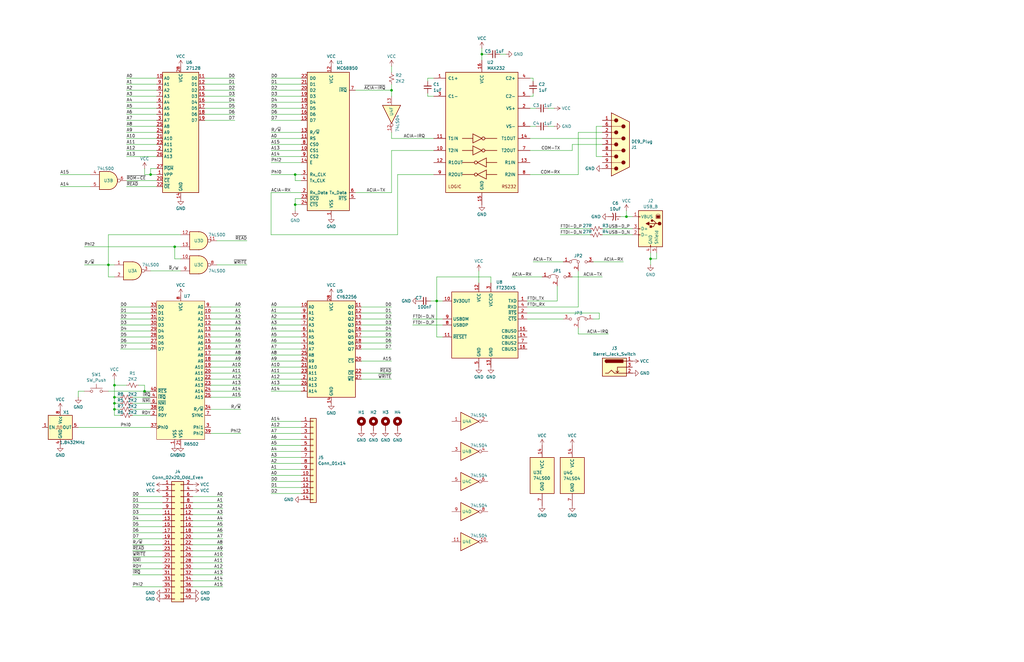
<source format=kicad_sch>
(kicad_sch (version 20231120) (generator "eeschema") (generator_version "8.0")
  (paper "B")
  (title_block (title "Minimal 6502") (date "2024-05-27") (company "techav"))
  (junction (at 203.2 22.86))
  (junction (at 48.26 172.72))
  (junction (at 63.5 73.66))
  (junction (at 48.26 167.64))
  (junction (at 165.1 38.1))
  (junction (at 274.32 109.22))
  (junction (at 264.16 91.44))
  (junction (at 60.96 165.1))
  (junction (at 184.15 127))
  (junction (at 73.66 104.14))
  (junction (at 124.46 73.66))
  (junction (at 45.72 111.76))
  (junction (at 48.26 162.56))
  (junction (at 124.46 86.36))
  (junction (at 48.26 170.18))
  (wire (pts (xy 66.04 55.88) (xy 53.34 55.88)))
  (wire (pts (xy 99.06 48.26) (xy 86.36 48.26)))
  (wire (pts (xy 165.1 132.08) (xy 152.4 132.08)))
  (wire (pts (xy 55.88 217.17) (xy 68.58 217.17)))
  (wire (pts (xy 81.28 217.17) (xy 93.98 217.17)))
  (wire (pts (xy 48.26 162.56) (xy 53.34 162.56)))
  (wire (pts (xy 252.73 134.62) (xy 250.19 134.62)))
  (wire (pts (xy 53.34 76.2) (xy 66.04 76.2)))
  (wire (pts (xy 66.04 58.42) (xy 53.34 58.42)))
  (wire (pts (xy 48.26 167.64) (xy 50.8 167.64)))
  (wire (pts (xy 81.28 214.63) (xy 93.98 214.63)))
  (wire (pts (xy 114.3 205.74) (xy 127 205.74)))
  (wire (pts (xy 45.72 116.84) (xy 45.72 111.76)))
  (wire (pts (xy 48.26 175.26) (xy 50.8 175.26)))
  (wire (pts (xy 127 66.04) (xy 114.3 66.04)))
  (wire (pts (xy 55.88 240.03) (xy 68.58 240.03)))
  (wire (pts (xy 203.2 20.32) (xy 203.2 22.86)))
  (wire (pts (xy 33.02 180.34) (xy 63.5 180.34)))
  (wire (pts (xy 88.9 152.4) (xy 101.6 152.4)))
  (wire (pts (xy 165.1 144.78) (xy 152.4 144.78)))
  (wire (pts (xy 68.58 247.65) (xy 55.88 247.65)))
  (wire (pts (xy 149.86 81.28) (xy 165.1 81.28)))
  (wire (pts (xy 127 68.58) (xy 114.3 68.58)))
  (wire (pts (xy 127 76.2) (xy 124.46 76.2)))
  (wire (pts (xy 114.3 129.54) (xy 127 129.54)))
  (wire (pts (xy 45.72 111.76) (xy 35.56 111.76)))
  (wire (pts (xy 114.3 193.04) (xy 127 193.04)))
  (wire (pts (xy 243.84 129.54) (xy 243.84 114.3)))
  (wire (pts (xy 114.3 152.4) (xy 127 152.4)))
  (wire (pts (xy 114.3 180.34) (xy 127 180.34)))
  (wire (pts (xy 165.1 134.62) (xy 152.4 134.62)))
  (wire (pts (xy 50.8 132.08) (xy 63.5 132.08)))
  (wire (pts (xy 58.42 162.56) (xy 60.96 162.56)))
  (wire (pts (xy 266.7 99.06) (xy 254 99.06)))
  (wire (pts (xy 182.88 40.64) (xy 180.34 40.64)))
  (wire (pts (xy 266.7 96.52) (xy 254 96.52)))
  (wire (pts (xy 55.88 209.55) (xy 68.58 209.55)))
  (wire (pts (xy 127 81.28) (xy 114.3 81.28)))
  (wire (pts (xy 223.52 73.66) (xy 243.84 73.66)))
  (wire (pts (xy 248.92 99.06) (xy 236.22 99.06)))
  (wire (pts (xy 48.26 170.18) (xy 50.8 170.18)))
  (wire (pts (xy 73.66 104.14) (xy 76.2 104.14)))
  (wire (pts (xy 127 63.5) (xy 114.3 63.5)))
  (wire (pts (xy 114.3 187.96) (xy 127 187.96)))
  (wire (pts (xy 201.93 114.3) (xy 201.93 119.38)))
  (wire (pts (xy 114.3 35.56) (xy 127 35.56)))
  (wire (pts (xy 124.46 73.66) (xy 124.46 76.2)))
  (wire (pts (xy 88.9 139.7) (xy 101.6 139.7)))
  (wire (pts (xy 184.15 127) (xy 186.69 127)))
  (wire (pts (xy 50.8 144.78) (xy 63.5 144.78)))
  (wire (pts (xy 66.04 71.12) (xy 63.5 71.12)))
  (wire (pts (xy 114.3 200.66) (xy 127 200.66)))
  (wire (pts (xy 114.3 38.1) (xy 127 38.1)))
  (wire (pts (xy 104.14 101.6) (xy 91.44 101.6)))
  (wire (pts (xy 99.06 43.18) (xy 86.36 43.18)))
  (wire (pts (xy 114.3 48.26) (xy 127 48.26)))
  (wire (pts (xy 88.9 154.94) (xy 101.6 154.94)))
  (wire (pts (xy 35.56 104.14) (xy 73.66 104.14)))
  (wire (pts (xy 33.02 167.64) (xy 33.02 165.1)))
  (wire (pts (xy 88.9 172.72) (xy 101.6 172.72)))
  (wire (pts (xy 104.14 111.76) (xy 91.44 111.76)))
  (wire (pts (xy 50.8 139.7) (xy 63.5 139.7)))
  (wire (pts (xy 165.1 137.16) (xy 152.4 137.16)))
  (wire (pts (xy 165.1 27.94) (xy 165.1 30.48)))
  (wire (pts (xy 50.8 129.54) (xy 63.5 129.54)))
  (wire (pts (xy 55.88 232.41) (xy 68.58 232.41)))
  (wire (pts (xy 251.46 53.34) (xy 251.46 66.04)))
  (wire (pts (xy 81.28 234.95) (xy 93.98 234.95)))
  (wire (pts (xy 88.9 147.32) (xy 101.6 147.32)))
  (wire (pts (xy 167.64 99.06) (xy 167.64 73.66)))
  (wire (pts (xy 114.3 157.48) (xy 127 157.48)))
  (wire (pts (xy 224.79 33.02) (xy 224.79 34.29)))
  (wire (pts (xy 228.6 116.84) (xy 215.9 116.84)))
  (wire (pts (xy 180.34 33.02) (xy 180.34 34.29)))
  (wire (pts (xy 165.1 139.7) (xy 152.4 139.7)))
  (wire (pts (xy 66.04 38.1) (xy 53.34 38.1)))
  (wire (pts (xy 222.25 134.62) (xy 237.49 134.62)))
  (wire (pts (xy 114.3 144.78) (xy 127 144.78)))
  (wire (pts (xy 184.15 127) (xy 184.15 142.24)))
  (wire (pts (xy 124.46 83.82) (xy 127 83.82)))
  (wire (pts (xy 224.79 40.64) (xy 224.79 39.37)))
  (wire (pts (xy 124.46 86.36) (xy 127 86.36)))
  (wire (pts (xy 114.3 182.88) (xy 127 182.88)))
  (wire (pts (xy 81.28 242.57) (xy 93.98 242.57)))
  (wire (pts (xy 165.1 129.54) (xy 152.4 129.54)))
  (wire (pts (xy 114.3 203.2) (xy 127 203.2)))
  (wire (pts (xy 114.3 154.94) (xy 127 154.94)))
  (wire (pts (xy 222.25 129.54) (xy 243.84 129.54)))
  (wire (pts (xy 50.8 137.16) (xy 63.5 137.16)))
  (wire (pts (xy 81.28 245.11) (xy 93.98 245.11)))
  (wire (pts (xy 81.28 227.33) (xy 93.98 227.33)))
  (wire (pts (xy 53.34 78.74) (xy 66.04 78.74)))
  (wire (pts (xy 55.88 219.71) (xy 68.58 219.71)))
  (wire (pts (xy 127 55.88) (xy 114.3 55.88)))
  (wire (pts (xy 165.1 58.42) (xy 165.1 55.88)))
  (wire (pts (xy 180.34 40.64) (xy 180.34 39.37)))
  (wire (pts (xy 81.28 212.09) (xy 93.98 212.09)))
  (wire (pts (xy 165.1 157.48) (xy 152.4 157.48)))
  (wire (pts (xy 276.86 106.68) (xy 276.86 109.22)))
  (wire (pts (xy 223.52 33.02) (xy 224.79 33.02)))
  (wire (pts (xy 203.2 22.86) (xy 205.74 22.86)))
  (wire (pts (xy 152.4 152.4) (xy 165.1 152.4)))
  (wire (pts (xy 213.36 22.86) (xy 210.82 22.86)))
  (wire (pts (xy 76.2 109.22) (xy 73.66 109.22)))
  (wire (pts (xy 184.15 116.84) (xy 184.15 127)))
  (wire (pts (xy 66.04 45.72) (xy 53.34 45.72)))
  (wire (pts (xy 66.04 50.8) (xy 53.34 50.8)))
  (wire (pts (xy 243.84 55.88) (xy 254 55.88)))
  (wire (pts (xy 274.32 109.22) (xy 274.32 111.76)))
  (wire (pts (xy 243.84 138.43) (xy 243.84 140.97)))
  (wire (pts (xy 55.88 234.95) (xy 68.58 234.95)))
  (wire (pts (xy 114.3 40.64) (xy 127 40.64)))
  (wire (pts (xy 114.3 147.32) (xy 127 147.32)))
  (wire (pts (xy 66.04 63.5) (xy 53.34 63.5)))
  (wire (pts (xy 66.04 53.34) (xy 53.34 53.34)))
  (wire (pts (xy 264.16 91.44) (xy 261.62 91.44)))
  (wire (pts (xy 48.26 111.76) (xy 45.72 111.76)))
  (wire (pts (xy 127 165.1) (xy 114.3 165.1)))
  (wire (pts (xy 241.3 60.96) (xy 254 60.96)))
  (wire (pts (xy 256.54 140.97) (xy 243.84 140.97)))
  (wire (pts (xy 81.28 237.49) (xy 93.98 237.49)))
  (wire (pts (xy 81.28 222.25) (xy 93.98 222.25)))
  (wire (pts (xy 66.04 33.02) (xy 53.34 33.02)))
  (wire (pts (xy 73.66 109.22) (xy 73.66 104.14)))
  (wire (pts (xy 114.3 195.58) (xy 127 195.58)))
  (wire (pts (xy 114.3 50.8) (xy 127 50.8)))
  (wire (pts (xy 173.99 134.62) (xy 186.69 134.62)))
  (wire (pts (xy 252.73 132.08) (xy 252.73 134.62)))
  (wire (pts (xy 222.25 127) (xy 234.95 127)))
  (wire (pts (xy 66.04 40.64) (xy 53.34 40.64)))
  (wire (pts (xy 114.3 132.08) (xy 127 132.08)))
  (wire (pts (xy 88.9 132.08) (xy 101.6 132.08)))
  (wire (pts (xy 33.02 165.1) (xy 35.56 165.1)))
  (wire (pts (xy 55.88 167.64) (xy 63.5 167.64)))
  (wire (pts (xy 81.28 232.41) (xy 93.98 232.41)))
  (wire (pts (xy 114.3 81.28) (xy 114.3 99.06)))
  (wire (pts (xy 88.9 129.54) (xy 101.6 129.54)))
  (wire (pts (xy 63.5 73.66) (xy 66.04 73.66)))
  (wire (pts (xy 45.72 99.06) (xy 45.72 111.76)))
  (wire (pts (xy 114.3 198.12) (xy 127 198.12)))
  (wire (pts (xy 99.06 33.02) (xy 86.36 33.02)))
  (wire (pts (xy 55.88 227.33) (xy 68.58 227.33)))
  (wire (pts (xy 88.9 182.88) (xy 101.6 182.88)))
  (wire (pts (xy 165.1 38.1) (xy 165.1 40.64)))
  (wire (pts (xy 181.61 127) (xy 184.15 127)))
  (wire (pts (xy 81.28 247.65) (xy 93.98 247.65)))
  (wire (pts (xy 60.96 73.66) (xy 63.5 73.66)))
  (wire (pts (xy 48.26 116.84) (xy 45.72 116.84)))
  (wire (pts (xy 127 177.8) (xy 114.3 177.8)))
  (wire (pts (xy 55.88 214.63) (xy 68.58 214.63)))
  (wire (pts (xy 224.79 110.49) (xy 237.49 110.49)))
  (wire (pts (xy 114.3 185.42) (xy 127 185.42)))
  (wire (pts (xy 55.88 242.57) (xy 68.58 242.57)))
  (wire (pts (xy 48.26 162.56) (xy 48.26 167.64)))
  (wire (pts (xy 81.28 224.79) (xy 93.98 224.79)))
  (wire (pts (xy 81.28 229.87) (xy 93.98 229.87)))
  (wire (pts (xy 114.3 139.7) (xy 127 139.7)))
  (wire (pts (xy 55.88 224.79) (xy 68.58 224.79)))
  (wire (pts (xy 165.1 160.02) (xy 152.4 160.02)))
  (wire (pts (xy 250.19 110.49) (xy 262.89 110.49)))
  (wire (pts (xy 222.25 132.08) (xy 252.73 132.08)))
  (wire (pts (xy 124.46 88.9) (xy 124.46 86.36)))
  (wire (pts (xy 165.1 63.5) (xy 165.1 81.28)))
  (wire (pts (xy 186.69 142.24) (xy 184.15 142.24)))
  (wire (pts (xy 182.88 58.42) (xy 165.1 58.42)))
  (wire (pts (xy 99.06 35.56) (xy 86.36 35.56)))
  (wire (pts (xy 66.04 66.04) (xy 53.34 66.04)))
  (wire (pts (xy 66.04 35.56) (xy 53.34 35.56)))
  (wire (pts (xy 124.46 86.36) (xy 124.46 83.82)))
  (wire (pts (xy 207.01 116.84) (xy 184.15 116.84)))
  (wire (pts (xy 88.9 149.86) (xy 101.6 149.86)))
  (wire (pts (xy 182.88 63.5) (xy 165.1 63.5)))
  (wire (pts (xy 45.72 165.1) (xy 60.96 165.1)))
  (wire (pts (xy 76.2 99.06) (xy 45.72 99.06)))
  (wire (pts (xy 223.52 63.5) (xy 241.3 63.5)))
  (wire (pts (xy 55.88 212.09) (xy 68.58 212.09)))
  (wire (pts (xy 127 73.66) (xy 124.46 73.66)))
  (wire (pts (xy 165.1 142.24) (xy 152.4 142.24)))
  (wire (pts (xy 223.52 58.42) (xy 254 58.42)))
  (wire (pts (xy 50.8 142.24) (xy 63.5 142.24)))
  (wire (pts (xy 48.26 172.72) (xy 50.8 172.72)))
  (wire (pts (xy 66.04 60.96) (xy 53.34 60.96)))
  (wire (pts (xy 55.88 175.26) (xy 63.5 175.26)))
  (wire (pts (xy 264.16 91.44) (xy 264.16 88.9)))
  (wire (pts (xy 165.1 35.56) (xy 165.1 38.1)))
  (wire (pts (xy 99.06 45.72) (xy 86.36 45.72)))
  (wire (pts (xy 81.28 240.03) (xy 93.98 240.03)))
  (wire (pts (xy 243.84 73.66) (xy 243.84 55.88)))
  (wire (pts (xy 38.1 73.66) (xy 25.4 73.66)))
  (wire (pts (xy 114.3 137.16) (xy 127 137.16)))
  (wire (pts (xy 223.52 45.72) (xy 226.06 45.72)))
  (wire (pts (xy 114.3 208.28) (xy 127 208.28)))
  (wire (pts (xy 48.26 170.18) (xy 48.26 172.72)))
  (wire (pts (xy 234.95 127) (xy 234.95 120.65)))
  (wire (pts (xy 114.3 43.18) (xy 127 43.18)))
  (wire (pts (xy 55.88 172.72) (xy 63.5 172.72)))
  (wire (pts (xy 63.5 71.12) (xy 63.5 73.66)))
  (wire (pts (xy 173.99 137.16) (xy 186.69 137.16)))
  (wire (pts (xy 48.26 172.72) (xy 48.26 175.26)))
  (wire (pts (xy 99.06 40.64) (xy 86.36 40.64)))
  (wire (pts (xy 81.28 209.55) (xy 93.98 209.55)))
  (wire (pts (xy 114.3 134.62) (xy 127 134.62)))
  (wire (pts (xy 127 58.42) (xy 114.3 58.42)))
  (wire (pts (xy 167.64 73.66) (xy 182.88 73.66)))
  (wire (pts (xy 88.9 162.56) (xy 101.6 162.56)))
  (wire (pts (xy 88.9 144.78) (xy 101.6 144.78)))
  (wire (pts (xy 223.52 40.64) (xy 224.79 40.64)))
  (wire (pts (xy 88.9 160.02) (xy 101.6 160.02)))
  (wire (pts (xy 266.7 91.44) (xy 264.16 91.44)))
  (wire (pts (xy 207.01 119.38) (xy 207.01 116.84)))
  (wire (pts (xy 88.9 134.62) (xy 101.6 134.62)))
  (wire (pts (xy 68.58 229.87) (xy 55.88 229.87)))
  (wire (pts (xy 114.3 149.86) (xy 127 149.86)))
  (wire (pts (xy 50.8 134.62) (xy 63.5 134.62)))
  (wire (pts (xy 165.1 147.32) (xy 152.4 147.32)))
  (wire (pts (xy 223.52 53.34) (xy 226.06 53.34)))
  (wire (pts (xy 254 53.34) (xy 251.46 53.34)))
  (wire (pts (xy 55.88 237.49) (xy 68.58 237.49)))
  (wire (pts (xy 114.3 160.02) (xy 127 160.02)))
  (wire (pts (xy 55.88 170.18) (xy 63.5 170.18)))
  (wire (pts (xy 88.9 142.24) (xy 101.6 142.24)))
  (wire (pts (xy 251.46 66.04) (xy 254 66.04)))
  (wire (pts (xy 114.3 33.02) (xy 127 33.02)))
  (wire (pts (xy 114.3 99.06) (xy 167.64 99.06)))
  (wire (pts (xy 88.9 137.16) (xy 101.6 137.16)))
  (wire (pts (xy 38.1 78.74) (xy 25.4 78.74)))
  (wire (pts (xy 203.2 22.86) (xy 203.2 25.4)))
  (wire (pts (xy 99.06 50.8) (xy 86.36 50.8)))
  (wire (pts (xy 55.88 222.25) (xy 68.58 222.25)))
  (wire (pts (xy 99.06 38.1) (xy 86.36 38.1)))
  (wire (pts (xy 88.9 167.64) (xy 101.6 167.64)))
  (wire (pts (xy 60.96 71.12) (xy 60.96 73.66)))
  (wire (pts (xy 48.26 162.56) (xy 48.26 160.02)))
  (wire (pts (xy 88.9 157.48) (xy 101.6 157.48)))
  (wire (pts (xy 114.3 142.24) (xy 127 142.24)))
  (wire (pts (xy 66.04 43.18) (xy 53.34 43.18)))
  (wire (pts (xy 60.96 165.1) (xy 63.5 165.1)))
  (wire (pts (xy 81.28 219.71) (xy 93.98 219.71)))
  (wire (pts (xy 114.3 190.5) (xy 127 190.5)))
  (wire (pts (xy 114.3 45.72) (xy 127 45.72)))
  (wire (pts (xy 50.8 147.32) (xy 63.5 147.32)))
  (wire (pts (xy 127 60.96) (xy 114.3 60.96)))
  (wire (pts (xy 60.96 162.56) (xy 60.96 165.1)))
  (wire (pts (xy 233.68 45.72) (xy 231.14 45.72)))
  (wire (pts (xy 241.3 63.5) (xy 241.3 60.96)))
  (wire (pts (xy 66.04 48.26) (xy 53.34 48.26)))
  (wire (pts (xy 124.46 73.66) (xy 114.3 73.66)))
  (wire (pts (xy 149.86 38.1) (xy 165.1 38.1)))
  (wire (pts (xy 63.5 114.3) (xy 76.2 114.3)))
  (wire (pts (xy 127 162.56) (xy 114.3 162.56)))
  (wire (pts (xy 274.32 106.68) (xy 274.32 109.22)))
  (wire (pts (xy 233.68 53.34) (xy 231.14 53.34)))
  (wire (pts (xy 182.88 33.02) (xy 180.34 33.02)))
  (wire (pts (xy 276.86 109.22) (xy 274.32 109.22)))
  (wire (pts (xy 254 116.84) (xy 241.3 116.84)))
  (wire (pts (xy 248.92 96.52) (xy 236.22 96.52)))
  (wire (pts (xy 48.26 167.64) (xy 48.26 170.18)))
  (wire (pts (xy 88.9 165.1) (xy 101.6 165.1)))
  (label "A2" (at 114.3 195.58 0))
  (label "A13" (at 53.34 66.04 0))
  (label "A4" (at 53.34 43.18 0))
  (label "A1" (at 114.3 198.12 0))
  (label "D7" (at 165.1 147.32 180))
  (label "A9" (at 114.3 152.4 0))
  (label "Phi2" (at 55.88 247.65 0))
  (label "~{R}{slash}W" (at 71.12 114.3 0))
  (label "A14" (at 114.3 165.1 0))
  (label "ACIA-IRQ" (at 256.54 140.97 180))
  (label "D0" (at 114.3 33.02 0))
  (label "A7" (at 93.98 227.33 180))
  (label "A7" (at 114.3 182.88 0))
  (label "A10" (at 93.98 234.95 180))
  (label "A0" (at 101.6 129.54 180))
  (label "FTDI-D_P" (at 173.99 137.16 0))
  (label "A14" (at 25.4 78.74 0))
  (label "A15" (at 101.6 167.64 180))
  (label "R{slash}~{W}" (at 114.3 55.88 0))
  (label "USB-D_P" (at 256.54 96.52 0))
  (label "D5" (at 165.1 142.24 180))
  (label "A15" (at 165.1 152.4 180))
  (label "A2" (at 93.98 214.63 180))
  (label "FTDI-D_N" (at 173.99 134.62 0))
  (label "D2" (at 114.3 38.1 0))
  (label "~{IRQ}" (at 55.88 242.57 0))
  (label "A3" (at 93.98 217.17 180))
  (label "D6" (at 50.8 144.78 0))
  (label "D6" (at 55.88 224.79 0))
  (label "FTDI-D_N" (at 236.22 99.06 0))
  (label "D1" (at 50.8 132.08 0))
  (label "~{ACIA-IRQ}" (at 162.56 38.1 180))
  (label "Phi2" (at 101.6 182.88 180))
  (label "A7" (at 114.3 147.32 0))
  (label "A0" (at 114.3 129.54 0))
  (label "A5" (at 101.6 142.24 180))
  (label "A3" (at 114.3 193.04 0))
  (label "R{slash}~{W}" (at 101.6 172.72 180))
  (label "A15" (at 25.4 73.66 0))
  (label "A13" (at 114.3 63.5 0))
  (label "D7" (at 114.3 50.8 0))
  (label "D1" (at 114.3 35.56 0))
  (label "A14" (at 93.98 245.11 180))
  (label "ACIA-TX" (at 254 116.84 180))
  (label "D2" (at 114.3 208.28 0))
  (label "~{WRITE}" (at 165.1 160.02 180))
  (label "D0" (at 99.06 33.02 180))
  (label "D3" (at 99.06 40.64 180))
  (label "A11" (at 101.6 157.48 180))
  (label "A1" (at 53.34 35.56 0))
  (label "A3" (at 114.3 137.16 0))
  (label "R{slash}~{W}" (at 35.56 111.76 0))
  (label "A4" (at 101.6 139.7 180))
  (label "A0" (at 114.3 200.66 0))
  (label "~{IRQ}" (at 63.5 167.64 180))
  (label "D4" (at 50.8 139.7 0))
  (label "ACIA-IRQ" (at 170.18 58.42 0))
  (label "D1" (at 165.1 132.08 180))
  (label "A1" (at 93.98 212.09 180))
  (label "A12" (at 53.34 63.5 0))
  (label "R{slash}~{W}" (at 55.88 229.87 0))
  (label "D0" (at 114.3 203.2 0))
  (label "A6" (at 93.98 224.79 180))
  (label "A0" (at 93.98 209.55 180))
  (label "D6" (at 99.06 48.26 180))
  (label "A10" (at 114.3 154.94 0))
  (label "D7" (at 99.06 50.8 180))
  (label "A4" (at 114.3 139.7 0))
  (label "A7" (at 53.34 50.8 0))
  (label "A5" (at 93.98 222.25 180))
  (label "~{READ}" (at 53.34 78.74 0))
  (label "A5" (at 114.3 142.24 0))
  (label "A10" (at 101.6 154.94 180))
  (label "~{NMI}" (at 55.88 237.49 0))
  (label "A8" (at 101.6 149.86 180))
  (label "A14" (at 114.3 66.04 0))
  (label "A14" (at 114.3 177.8 0))
  (label "A13" (at 114.3 162.56 0))
  (label "D2" (at 99.06 38.1 180))
  (label "A8" (at 114.3 149.86 0))
  (label "A11" (at 93.98 237.49 180))
  (label "A5" (at 114.3 187.96 0))
  (label "D2" (at 165.1 134.62 180))
  (label "A12" (at 114.3 180.34 0))
  (label "D4" (at 99.06 43.18 180))
  (label "D2" (at 55.88 214.63 0))
  (label "A8" (at 53.34 53.34 0))
  (label "A2" (at 53.34 38.1 0))
  (label "A14" (at 101.6 165.1 180))
  (label "RDY" (at 55.88 240.03 0))
  (label "COM-RX" (at 236.22 73.66 180))
  (label "A12" (at 93.98 240.03 180))
  (label "D2" (at 50.8 134.62 0))
  (label "A12" (at 101.6 160.02 180))
  (label "D3" (at 50.8 137.16 0))
  (label "A15" (at 114.3 60.96 0))
  (label "D6" (at 165.1 144.78 180))
  (label "A13" (at 93.98 242.57 180))
  (label "Phi2" (at 35.56 104.14 0))
  (label "D5" (at 50.8 142.24 0))
  (label "A3" (at 53.34 40.64 0))
  (label "D4" (at 165.1 139.7 180))
  (label "~{ROM-CE}" (at 53.34 76.2 0))
  (label "D5" (at 114.3 45.72 0))
  (label "D1" (at 99.06 35.56 180))
  (label "A15" (at 93.98 247.65 180))
  (label "ACIA-TX" (at 162.56 81.28 180))
  (label "D5" (at 55.88 222.25 0))
  (label "ACIA-TX" (at 224.79 110.49 0))
  (label "ACIA-RX" (at 215.9 116.84 0))
  (label "D5" (at 99.06 45.72 180))
  (label "D4" (at 55.88 219.71 0))
  (label "COM-TX" (at 236.22 63.5 180))
  (label "D3" (at 55.88 217.17 0))
  (label "A5" (at 53.34 45.72 0))
  (label "A11" (at 114.3 157.48 0))
  (label "A9" (at 53.34 55.88 0))
  (label "A2" (at 101.6 134.62 180))
  (label "D1" (at 114.3 205.74 0))
  (label "USB-D_N" (at 256.54 99.06 0))
  (label "A1" (at 114.3 132.08 0))
  (label "~{WRITE}" (at 55.88 234.95 0))
  (label "A10" (at 53.34 58.42 0))
  (label "RDY" (at 59.69 175.26 0))
  (label "D0" (at 165.1 129.54 180))
  (label "D7" (at 55.88 227.33 0))
  (label "A9" (at 93.98 232.41 180))
  (label "Phi0" (at 114.3 73.66 0))
  (label "ACIA-RX" (at 114.3 81.28 0))
  (label "FTDI-D_P" (at 236.22 96.52 0))
  (label "A4" (at 93.98 219.71 180))
  (label "A6" (at 53.34 48.26 0))
  (label "~{READ}" (at 55.88 232.41 0))
  (label "Phi0" (at 50.8 180.34 0))
  (label "A8" (at 93.98 229.87 180))
  (label "~{WRITE}" (at 104.14 111.76 180))
  (label "A2" (at 114.3 134.62 0))
  (label "A7" (at 101.6 147.32 180))
  (label "D7" (at 50.8 147.32 0))
  (label "~{READ}" (at 165.1 157.48 180))
  (label "A13" (at 101.6 162.56 180))
  (label "A9" (at 101.6 152.4 180))
  (label "A6" (at 101.6 144.78 180))
  (label "D1" (at 55.88 212.09 0))
  (label "D4" (at 114.3 43.18 0))
  (label "A11" (at 53.34 60.96 0))
  (label "A6" (at 114.3 185.42 0))
  (label "A12" (at 114.3 160.02 0))
  (label "D0" (at 55.88 209.55 0))
  (label "D3" (at 165.1 137.16 180))
  (label "A3" (at 101.6 137.16 180))
  (label "D0" (at 50.8 129.54 0))
  (label "A4" (at 114.3 190.5 0))
  (label "D6" (at 114.3 48.26 0))
  (label "A0" (at 114.3 58.42 0))
  (label "A6" (at 114.3 144.78 0))
  (label "A1" (at 101.6 132.08 180))
  (label "Phi2" (at 114.3 68.58 0))
  (label "~{NMI}" (at 63.5 170.18 180))
  (label "FTDI_TX" (at 222.25 127 0))
  (label "D3" (at 114.3 40.64 0))
  (label "~{READ}" (at 104.14 101.6 180))
  (label "ACIA-RX" (at 262.89 110.49 180))
  (label "FTDI_RX" (at 222.25 129.54 0))
  (label "A0" (at 53.34 33.02 0))
  (symbol (lib_id "Switch:SW_Push") (at 40.64 165.1 0) (unit 1)
    (property "Reference" "SW1" (at 40.64 158.0345 0))
    (property "Value" "SW_Push" (at 40.64 160.4588 0))
    (property "Footprint" "Button_Switch_THT:SW_PUSH_6mm" (effects (hide yes)))
    (property "Description" "Push button switch, generic, two pins" (effects (hide yes)))
  )
  (symbol (lib_id "74xx:74LS04") (at 241.3 200.66 0) (unit 7)
    (property "Reference" "U4" (at 237.49 199.5057 0) (effects (justify left)))
    (property "Value" "74LS04" (at 237.49 201.93 0) (effects (justify left)))
    (property "Footprint" "Package_DIP:DIP-14_W7.62mm_Socket" (effects (hide yes)))
    (property "Datasheet" "http://www.ti.com/lit/gpn/sn74LS04" (effects (hide yes)))
    (property "Description" "Hex Inverter" (effects (hide yes)))
  )
  (symbol (lib_id "power:GND") (at 68.58 250.19 270) (mirror x) (unit 1)
    (property "Reference" "#PWR041" (effects (hide yes)))
    (property "Value" "GND" (at 65.4051 250.19 90) (effects (justify right)))
    (property "Description" "Power symbol creates a global label with name \"GND\" , ground" (effects (hide yes)))
  )
  (symbol (lib_id "Device:C_Small") (at 224.79 36.83 180) (unit 1)
    (property "Reference" "C2" (at 227.1141 35.6114 0) (effects (justify right)))
    (property "Value" "1uF" (at 227.1141 38.0357 0) (effects (justify right)))
    (property "Footprint" "Capacitor_THT:C_Disc_D5.0mm_W2.5mm_P2.50mm" (effects (hide yes)))
    (property "Description" "Unpolarized capacitor, small symbol" (effects (hide yes)))
  )
  (symbol (lib_id "power:VCC") (at 48.26 160.02 0) (unit 1)
    (property "Reference" "#PWR018" (effects (hide yes)))
    (property "Value" "VCC" (at 48.26 155.8869 0))
    (property "Description" "Power symbol creates a global label with name \"VCC\"" (effects (hide yes)))
  )
  (symbol (lib_id "Mechanical:MountingHole_Pad") (at 152.4 179.07 0) (unit 1) (exclude_from_sim yes) (in_bom no)
    (property "Reference" "H1" (at 152.4 173.99 0))
    (property "Value" "MountingHole_Pad" (effects (hide yes)))
    (property "Footprint" "MountingHole:MountingHole_3.2mm_M3_Pad_Via" (effects (hide yes)))
    (property "Description" "Mounting Hole with connection" (effects (hide yes)))
  )
  (symbol (lib_id "power:GND") (at 274.32 111.76 0) (mirror y) (unit 1)
    (property "Reference" "#PWR032" (effects (hide yes)))
    (property "Value" "GND" (at 274.32 115.8931 0))
    (property "Description" "Power symbol creates a global label with name \"GND\" , ground" (effects (hide yes)))
  )
  (symbol (lib_id "power:VCC") (at 266.7 152.4 270) (mirror x) (unit 1)
    (property "Reference" "#PWR038" (effects (hide yes)))
    (property "Value" "VCC" (at 269.875 152.4 90) (effects (justify left)))
    (property "Description" "Power symbol creates a global label with name \"VCC\"" (effects (hide yes)))
  )
  (symbol (lib_id "Mechanical:MountingHole_Pad") (at 162.56 179.07 0) (unit 1) (exclude_from_sim yes) (in_bom no)
    (property "Reference" "H3" (at 162.56 173.99 0))
    (property "Value" "MountingHole_Pad" (effects (hide yes)))
    (property "Footprint" "MountingHole:MountingHole_3.2mm_M3_Pad_Via" (effects (hide yes)))
    (property "Description" "Mounting Hole with connection" (effects (hide yes)))
  )
  (symbol (lib_id "Device:R_Small_US") (at 251.46 99.06 90) (mirror x) (unit 1)
    (property "Reference" "R4" (at 255.27 97.79 90))
    (property "Value" "27R" (at 247.65 97.79 90))
    (property "Footprint" "Resistor_THT:R_Axial_DIN0207_L6.3mm_D2.5mm_P7.62mm_Horizontal" (effects (hide yes)))
    (property "Description" "Resistor, small US symbol" (effects (hide yes)))
  )
  (symbol (lib_id "power:GND") (at 162.56 181.61 0) (unit 1)
    (property "Reference" "#PWR029" (effects (hide yes)))
    (property "Value" "GND" (at 162.56 185.7431 0))
    (property "Description" "Power symbol creates a global label with name \"GND\" , ground" (effects (hide yes)))
  )
  (symbol (lib_id "power:VCC") (at 139.7 124.46 0) (unit 1)
    (property "Reference" "#PWR03" (effects (hide yes)))
    (property "Value" "VCC" (at 139.7 120.3269 0))
    (property "Description" "Power symbol creates a global label with name \"VCC\"" (effects (hide yes)))
  )
  (symbol (lib_id "74xx:74LS00") (at 83.82 101.6 0) (unit 4)
    (property "Reference" "U3" (at 83.82 101.6 0))
    (property "Value" "74LS00" (at 91.44 99.06 0))
    (property "Footprint" "Package_DIP:DIP-14_W7.62mm_Socket" (effects (hide yes)))
    (property "Datasheet" "http://www.ti.com/lit/gpn/sn74ls00" (effects (hide yes)))
    (property "Description" "quad 2-input NAND gate" (effects (hide yes)))
  )
  (symbol (lib_id "Device:R_Small_US") (at 53.34 172.72 270) (unit 1)
    (property "Reference" "R7" (at 50.8 171.45 90))
    (property "Value" "2K2" (at 55.88 171.45 90))
    (property "Footprint" "Resistor_THT:R_Axial_DIN0207_L6.3mm_D2.5mm_P7.62mm_Horizontal" (effects (hide yes)))
    (property "Description" "Resistor, small US symbol" (effects (hide yes)))
  )
  (symbol (lib_id "power:GND") (at 176.53 127 270) (unit 1)
    (property "Reference" "#PWR036" (effects (hide yes)))
    (property "Value" "GND" (at 173.3551 127 90) (effects (justify right)))
    (property "Description" "Power symbol creates a global label with name \"GND\" , ground" (effects (hide yes)))
  )
  (symbol (lib_id "power:GND") (at 201.93 154.94 0) (unit 1)
    (property "Reference" "#PWR034" (effects (hide yes)))
    (property "Value" "GND" (at 201.93 159.0731 0))
    (property "Description" "Power symbol creates a global label with name \"GND\" , ground" (effects (hide yes)))
  )
  (symbol (lib_id "power:VCC") (at 25.4 172.72 0) (unit 1)
    (property "Reference" "#PWR02" (effects (hide yes)))
    (property "Value" "VCC" (at 25.4 168.5869 0))
    (property "Description" "Power symbol creates a global label with name \"VCC\"" (effects (hide yes)))
  )
  (symbol (lib_id "Oscillator:CXO_DIP8") (at 25.4 180.34 0) (unit 1)
    (property "Reference" "X1" (at 27.94 173.99 0))
    (property "Value" "1.8432MHz" (at 30.48 186.69 0))
    (property "Footprint" "Oscillator:Oscillator_DIP-8" (effects (hide yes)))
    (property "Datasheet" "http://cdn-reichelt.de/documents/datenblatt/B400/OSZI.pdf" (effects (hide yes)))
    (property "Description" "Crystal Clock Oscillator, DIP8-style metal package" (effects (hide yes)))
  )
  (symbol (lib_id "Jumper:Jumper_3_Bridged12") (at 243.84 134.62 0) (mirror y) (unit 1) (exclude_from_sim yes) (in_bom no)
    (property "Reference" "JP3" (at 243.84 132.08 0))
    (property "Value" "Jumper_3_Bridged12" (effects (hide yes)))
    (property "Footprint" "Connector_PinHeader_2.54mm:PinHeader_1x03_P2.54mm_Vertical" (effects (hide yes)))
    (property "Description" "Jumper, 3-pole, pins 1+2 closed/bridged" (effects (hide yes)))
  )
  (symbol (lib_id "power:GND") (at 76.2 83.82 0) (unit 1)
    (property "Reference" "#PWR010" (effects (hide yes)))
    (property "Value" "GND" (at 76.2 87.9531 0))
    (property "Description" "Power symbol creates a global label with name \"GND\" , ground" (effects (hide yes)))
  )
  (symbol (lib_id "Device:R_Small_US") (at 251.46 96.52 90) (mirror x) (unit 1)
    (property "Reference" "R3" (at 255.27 95.25 90))
    (property "Value" "27R" (at 247.65 95.25 90))
    (property "Footprint" "Resistor_THT:R_Axial_DIN0207_L6.3mm_D2.5mm_P7.62mm_Horizontal" (effects (hide yes)))
    (property "Description" "Resistor, small US symbol" (effects (hide yes)))
  )
  (symbol (lib_id "Connector_Generic:Conn_01x14") (at 132.08 193.04 0) (unit 1)
    (property "Reference" "J5" (at 134.112 193.0978 0) (effects (justify left)))
    (property "Value" "Conn_01x14" (at 134.112 195.5221 0) (effects (justify left)))
    (property "Footprint" "Connector_PinHeader_2.54mm:PinHeader_1x14_P2.54mm_Vertical" (effects (hide yes)))
    (property "Description" "Generic connector, single row, 01x14, script generated (kicad-library-utils/schlib/autogen/connector/)" (effects (hide yes)))
  )
  (symbol (lib_id "power:GND") (at 241.3 213.36 0) (unit 1)
    (property "Reference" "#PWR014" (effects (hide yes)))
    (property "Value" "GND" (at 241.3 217.4931 0))
    (property "Description" "Power symbol creates a global label with name \"GND\" , ground" (effects (hide yes)))
  )
  (symbol (lib_id "74xx:74LS04") (at 198.12 177.8 0) (unit 1)
    (property "Reference" "U4" (at 196.85 177.8 0))
    (property "Value" "74LS04" (at 201.93 175.26 0))
    (property "Footprint" "Package_DIP:DIP-14_W7.62mm_Socket" (effects (hide yes)))
    (property "Datasheet" "http://www.ti.com/lit/gpn/sn74LS04" (effects (hide yes)))
    (property "Description" "Hex Inverter" (effects (hide yes)))
  )
  (symbol (lib_id "power:GND") (at 81.28 250.19 90) (mirror x) (unit 1)
    (property "Reference" "#PWR040" (effects (hide yes)))
    (property "Value" "GND" (at 84.455 250.19 90) (effects (justify right)))
    (property "Description" "Power symbol creates a global label with name \"GND\" , ground" (effects (hide yes)))
  )
  (symbol (lib_id "Interface_UART:MC68B50") (at 139.7 60.96 0) (unit 1)
    (property "Reference" "U1" (at 141.8941 26.3355 0) (effects (justify left)))
    (property "Value" "MC68B50" (at 141.8941 28.7598 0) (effects (justify left)))
    (property "Footprint" "Package_DIP:DIP-24_W15.24mm_Socket" (effects (hide yes)))
    (property "Datasheet" "http://pdf.datasheetcatalog.com/datasheet/motorola/MC6850.pdf" (effects (hide yes)))
    (property "Description" "Asynchronous Communications Interface Adapter 2MHz, DIP-40" (effects (hide yes)))
  )
  (symbol (lib_id "power:GND") (at 207.01 154.94 0) (unit 1)
    (property "Reference" "#PWR035" (effects (hide yes)))
    (property "Value" "GND" (at 207.01 159.0731 0))
    (property "Description" "Power symbol creates a global label with name \"GND\" , ground" (effects (hide yes)))
  )
  (symbol (lib_id "74xx:74LS00") (at 83.82 111.76 0) (mirror x) (unit 3)
    (property "Reference" "U3" (at 83.82 111.76 0))
    (property "Value" "74LS00" (at 91.44 114.3 0))
    (property "Footprint" "Package_DIP:DIP-14_W7.62mm_Socket" (effects (hide yes)))
    (property "Datasheet" "http://www.ti.com/lit/gpn/sn74ls00" (effects (hide yes)))
    (property "Description" "quad 2-input NAND gate" (effects (hide yes)))
  )
  (symbol (lib_id "Minimal-6502:6502") (at 76.2 127 0) (unit 1)
    (property "Reference" "U7" (at 77.47 125.73 0) (effects (justify left bottom)))
    (property "Value" "R6502" (at 77.47 186.69 0) (effects (justify left top)))
    (property "Footprint" "Package_DIP:DIP-40_W15.24mm_Socket" (effects (hide yes)))
    (property "Datasheet" "https://web.archive.org/web/20221112231348if_/http://archive.6502.org/datasheets/rockwell_r650x_r651x.pdf" (effects (hide yes)))
  )
  (symbol (lib_id "Device:R_Small_US") (at 53.34 170.18 270) (unit 1)
    (property "Reference" "R5" (at 50.8 168.91 90))
    (property "Value" "2K2" (at 55.88 168.91 90))
    (property "Footprint" "Resistor_THT:R_Axial_DIN0207_L6.3mm_D2.5mm_P7.62mm_Horizontal" (effects (hide yes)))
    (property "Description" "Resistor, small US symbol" (effects (hide yes)))
  )
  (symbol (lib_id "74xx:74LS04") (at 165.1 48.26 270) (unit 6)
    (property "Reference" "U4" (at 165.1 46.99 0))
    (property "Value" "74LS04" (at 167.64 52.07 0))
    (property "Footprint" "Package_DIP:DIP-14_W7.62mm_Socket" (effects (hide yes)))
    (property "Datasheet" "http://www.ti.com/lit/gpn/sn74LS04" (effects (hide yes)))
    (property "Description" "Hex Inverter" (effects (hide yes)))
  )
  (symbol (lib_id "Memory_EPROM:27128") (at 76.2 55.88 0) (unit 1)
    (property "Reference" "U6" (at 78.3941 26.3355 0) (effects (justify left)))
    (property "Value" "27128" (at 78.3941 28.7598 0) (effects (justify left)))
    (property "Footprint" "Package_DIP:DIP-28_W15.24mm_Socket" (effects (hide yes)))
    (property "Datasheet" "http://eeshop.unl.edu/pdf/27128.pdf" (effects (hide yes)))
    (property "Description" "UV Erasable EPROM 128 KiBit, [Obsolete 2000-11]" (effects (hide yes)))
  )
  (symbol (lib_id "power:VCC") (at 139.7 27.94 0) (unit 1)
    (property "Reference" "#PWR04" (effects (hide yes)))
    (property "Value" "VCC" (at 139.7 23.8069 0))
    (property "Description" "Power symbol creates a global label with name \"VCC\"" (effects (hide yes)))
  )
  (symbol (lib_id "Device:R_Small_US") (at 53.34 167.64 270) (unit 1)
    (property "Reference" "R8" (at 50.8 166.37 90))
    (property "Value" "2K2" (at 55.88 166.37 90))
    (property "Footprint" "Resistor_THT:R_Axial_DIN0207_L6.3mm_D2.5mm_P7.62mm_Horizontal" (effects (hide yes)))
    (property "Description" "Resistor, small US symbol" (effects (hide yes)))
  )
  (symbol (lib_id "power:GND") (at 203.2 86.36 0) (unit 1)
    (property "Reference" "#PWR012" (effects (hide yes)))
    (property "Value" "GND" (at 203.2 90.4931 0))
    (property "Description" "Power symbol creates a global label with name \"GND\" , ground" (effects (hide yes)))
  )
  (symbol (lib_id "74xx:74LS04") (at 198.12 190.5 0) (unit 2)
    (property "Reference" "U4" (at 196.85 190.5 0))
    (property "Value" "74LS04" (at 201.93 187.96 0))
    (property "Footprint" "Package_DIP:DIP-14_W7.62mm_Socket" (effects (hide yes)))
    (property "Datasheet" "http://www.ti.com/lit/gpn/sn74LS04" (effects (hide yes)))
    (property "Description" "Hex Inverter" (effects (hide yes)))
  )
  (symbol (lib_id "power:GND") (at 33.02 167.64 0) (unit 1)
    (property "Reference" "#PWR019" (effects (hide yes)))
    (property "Value" "GND" (at 33.02 171.7731 0))
    (property "Description" "Power symbol creates a global label with name \"GND\" , ground" (effects (hide yes)))
  )
  (symbol (lib_id "power:GND") (at 73.66 187.96 0) (unit 1)
    (property "Reference" "#PWR016" (effects (hide yes)))
    (property "Value" "GND" (at 73.66 192.0931 0))
    (property "Description" "Power symbol creates a global label with name \"GND\" , ground" (effects (hide yes)))
  )
  (symbol (lib_id "Device:C_Small") (at 228.6 53.34 270) (unit 1)
    (property "Reference" "C4" (at 226.06 52.07 90))
    (property "Value" "1uF" (at 231.14 52.07 90))
    (property "Footprint" "Capacitor_THT:C_Disc_D5.0mm_W2.5mm_P2.50mm" (effects (hide yes)))
    (property "Description" "Unpolarized capacitor, small symbol" (effects (hide yes)))
  )
  (symbol (lib_id "power:GND") (at 139.7 91.44 0) (unit 1)
    (property "Reference" "#PWR011" (effects (hide yes)))
    (property "Value" "GND" (at 139.7 95.5731 0))
    (property "Description" "Power symbol creates a global label with name \"GND\" , ground" (effects (hide yes)))
  )
  (symbol (lib_id "power:GND") (at 167.64 181.61 0) (unit 1)
    (property "Reference" "#PWR030" (effects (hide yes)))
    (property "Value" "GND" (at 167.64 185.7431 0))
    (property "Description" "Power symbol creates a global label with name \"GND\" , ground" (effects (hide yes)))
  )
  (symbol (lib_id "power:VCC") (at 228.6 187.96 0) (unit 1)
    (property "Reference" "#PWR06" (effects (hide yes)))
    (property "Value" "VCC" (at 228.6 183.8269 0))
    (property "Description" "Power symbol creates a global label with name \"VCC\"" (effects (hide yes)))
  )
  (symbol (lib_id "Jumper:Jumper_3_Bridged12") (at 234.95 116.84 0) (unit 1) (exclude_from_sim yes) (in_bom no)
    (property "Reference" "JP1" (at 234.95 114.3 0))
    (property "Value" "Jumper_3_Bridged12" (effects (hide yes)))
    (property "Footprint" "Connector_PinHeader_2.54mm:PinHeader_1x03_P2.54mm_Vertical" (effects (hide yes)))
    (property "Description" "Jumper, 3-pole, pins 1+2 closed/bridged" (effects (hide yes)))
  )
  (symbol (lib_id "power:VCC") (at 201.93 114.3 0) (unit 1)
    (property "Reference" "#PWR037" (effects (hide yes)))
    (property "Value" "VCC" (at 201.93 110.1669 0))
    (property "Description" "Power symbol creates a global label with name \"VCC\"" (effects (hide yes)))
  )
  (symbol (lib_id "Mechanical:MountingHole_Pad") (at 157.48 179.07 0) (unit 1) (exclude_from_sim yes) (in_bom no)
    (property "Reference" "H2" (at 157.48 173.99 0))
    (property "Value" "MountingHole_Pad" (effects (hide yes)))
    (property "Footprint" "MountingHole:MountingHole_3.2mm_M3_Pad_Via" (effects (hide yes)))
    (property "Description" "Mounting Hole with connection" (effects (hide yes)))
  )
  (symbol (lib_id "74xx:74LS04") (at 198.12 228.6 0) (unit 5)
    (property "Reference" "U4" (at 196.85 228.6 0))
    (property "Value" "74LS04" (at 201.93 226.06 0))
    (property "Footprint" "Package_DIP:DIP-14_W7.62mm_Socket" (effects (hide yes)))
    (property "Datasheet" "http://www.ti.com/lit/gpn/sn74LS04" (effects (hide yes)))
    (property "Description" "Hex Inverter" (effects (hide yes)))
  )
  (symbol (lib_id "power:VCC") (at 76.2 27.94 0) (unit 1)
    (property "Reference" "#PWR01" (effects (hide yes)))
    (property "Value" "VCC" (at 76.2 23.8069 0))
    (property "Description" "Power symbol creates a global label with name \"VCC\"" (effects (hide yes)))
  )
  (symbol (lib_id "Memory_RAM:CY62256-70PC") (at 139.7 147.32 0) (unit 1)
    (property "Reference" "U5" (at 141.8941 122.8555 0) (effects (justify left)))
    (property "Value" "CY62256" (at 141.8941 125.2798 0) (effects (justify left)))
    (property "Footprint" "Package_DIP:DIP-28_W15.24mm_Socket" (effects (hide yes)))
    (property "Datasheet" "https://ecee.colorado.edu/~mcclurel/Cypress_SRAM_CY62256.pdf" (effects (hide yes)))
    (property "Description" "256K (32K x 8) Static RAM, 70ns, DIP-28" (effects (hide yes)))
  )
  (symbol (lib_id "power:VCC") (at 68.58 204.47 90) (unit 1)
    (property "Reference" "#PWR043" (effects (hide yes)))
    (property "Value" "VCC" (at 65.405 204.47 90) (effects (justify left)))
    (property "Description" "Power symbol creates a global label with name \"VCC\"" (effects (hide yes)))
  )
  (symbol (lib_id "Connector:Barrel_Jack_Switch") (at 259.08 154.94 0) (unit 1)
    (property "Reference" "J3" (at 259.08 146.9855 0))
    (property "Value" "Barrel_Jack_Switch" (at 259.08 149.4098 0))
    (property "Footprint" "Connector_BarrelJack:BarrelJack_Horizontal" (effects (hide yes)))
    (property "Description" "DC Barrel Jack with an internal switch" (effects (hide yes)))
  )
  (symbol (lib_id "power:GND") (at 233.68 53.34 90) (unit 1)
    (property "Reference" "#PWR023" (effects (hide yes)))
    (property "Value" "GND" (at 236.855 53.34 90) (effects (justify right)))
    (property "Description" "Power symbol creates a global label with name \"GND\" , ground" (effects (hide yes)))
  )
  (symbol (lib_id "Connector_Generic:Conn_02x20_Odd_Even") (at 73.66 227.33 0) (unit 1)
    (property "Reference" "J4" (at 74.93 199.0555 0))
    (property "Value" "Conn_02x20_Odd_Even" (at 74.93 201.4798 0))
    (property "Footprint" "Connector_PinHeader_2.54mm:PinHeader_2x20_P2.54mm_Horizontal" (effects (hide yes)))
    (property "Description" "Generic connector, double row, 02x20, odd/even pin numbering scheme (row 1 odd numbers, row 2 even numbers), script generated (kicad-library-utils/schlib/autogen/connector/)" (effects (hide yes)))
  )
  (symbol (lib_id "Connector:USB_B") (at 274.32 96.52 0) (mirror y) (unit 1)
    (property "Reference" "J2" (at 274.32 84.7555 0))
    (property "Value" "USB_B" (at 274.32 87.1798 0))
    (property "Footprint" "Connector_USB:USB_B_OST_USB-B1HSxx_Horizontal" (effects (hide yes)))
    (property "Datasheet" " ~" (effects (hide yes)))
    (property "Description" "USB Type B connector" (effects (hide yes)))
  )
  (symbol (lib_id "power:GND") (at 139.7 170.18 0) (unit 1)
    (property "Reference" "#PWR08" (effects (hide yes)))
    (property "Value" "GND" (at 139.7 174.3131 0))
    (property "Description" "Power symbol creates a global label with name \"GND\" , ground" (effects (hide yes)))
  )
  (symbol (lib_id "power:GND") (at 254 71.12 270) (mirror x) (unit 1)
    (property "Reference" "#PWR025" (effects (hide yes)))
    (property "Value" "GND" (at 250.825 71.12 90) (effects (justify right)))
    (property "Description" "Power symbol creates a global label with name \"GND\" , ground" (effects (hide yes)))
  )
  (symbol (lib_id "Device:R_Small_US") (at 55.88 162.56 270) (unit 1)
    (property "Reference" "R1" (at 55.88 157.5265 90))
    (property "Value" "2K2" (at 55.88 159.9508 90))
    (property "Footprint" "Resistor_THT:R_Axial_DIN0207_L6.3mm_D2.5mm_P7.62mm_Horizontal" (effects (hide yes)))
    (property "Description" "Resistor, small US symbol" (effects (hide yes)))
  )
  (symbol (lib_id "74xx:74LS00") (at 55.88 114.3 0) (unit 1)
    (property "Reference" "U3" (at 55.88 114.3 0))
    (property "Value" "74LS00" (at 63.5 111.76 0))
    (property "Footprint" "Package_DIP:DIP-14_W7.62mm_Socket" (effects (hide yes)))
    (property "Datasheet" "http://www.ti.com/lit/gpn/sn74ls00" (effects (hide yes)))
    (property "Description" "quad 2-input NAND gate" (effects (hide yes)))
  )
  (symbol (lib_id "Device:R_Small_US") (at 165.1 33.02 0) (unit 1)
    (property "Reference" "R2" (at 166.751 31.8078 0) (effects (justify left)))
    (property "Value" "2K2" (at 166.751 34.2321 0) (effects (justify left)))
    (property "Footprint" "Resistor_THT:R_Axial_DIN0207_L6.3mm_D2.5mm_P7.62mm_Horizontal" (effects (hide yes)))
    (property "Description" "Resistor, small US symbol" (effects (hide yes)))
  )
  (symbol (lib_id "power:GND") (at 152.4 181.61 0) (unit 1)
    (property "Reference" "#PWR027" (effects (hide yes)))
    (property "Value" "GND" (at 152.4 185.7431 0))
    (property "Description" "Power symbol creates a global label with name \"GND\" , ground" (effects (hide yes)))
  )
  (symbol (lib_id "Device:C_Small") (at 180.34 36.83 180) (unit 1)
    (property "Reference" "C1" (at 182.6641 35.6114 0) (effects (justify right)))
    (property "Value" "1uF" (at 182.6641 38.0357 0) (effects (justify right)))
    (property "Footprint" "Capacitor_THT:C_Disc_D5.0mm_W2.5mm_P2.50mm" (effects (hide yes)))
    (property "Description" "Unpolarized capacitor, small symbol" (effects (hide yes)))
  )
  (symbol (lib_id "74xx:74LS00") (at 45.72 76.2 0) (unit 2)
    (property "Reference" "U3" (at 45.72 76.2 0))
    (property "Value" "74LS00" (at 44.45 71.12 0))
    (property "Footprint" "Package_DIP:DIP-14_W7.62mm_Socket" (effects (hide yes)))
    (property "Datasheet" "http://www.ti.com/lit/gpn/sn74ls00" (effects (hide yes)))
    (property "Description" "quad 2-input NAND gate" (effects (hide yes)))
  )
  (symbol (lib_id "power:GND") (at 76.2 187.96 0) (unit 1)
    (property "Reference" "#PWR017" (effects (hide yes)))
    (property "Value" "GND" (at 76.2 192.0931 0))
    (property "Description" "Power symbol creates a global label with name \"GND\" , ground" (effects (hide yes)))
  )
  (symbol (lib_id "Device:R_Small_US") (at 53.34 175.26 270) (unit 1)
    (property "Reference" "R6" (at 50.8 173.99 90))
    (property "Value" "2K2" (at 55.88 173.99 90))
    (property "Footprint" "Resistor_THT:R_Axial_DIN0207_L6.3mm_D2.5mm_P7.62mm_Horizontal" (effects (hide yes)))
    (property "Description" "Resistor, small US symbol" (effects (hide yes)))
  )
  (symbol (lib_id "power:VCC") (at 241.3 187.96 0) (unit 1)
    (property "Reference" "#PWR07" (effects (hide yes)))
    (property "Value" "VCC" (at 241.3 183.8269 0))
    (property "Description" "Power symbol creates a global label with name \"VCC\"" (effects (hide yes)))
  )
  (symbol (lib_id "Device:C_Small") (at 228.6 45.72 270) (unit 1)
    (property "Reference" "C3" (at 226.06 44.45 90))
    (property "Value" "1uF" (at 231.14 44.45 90))
    (property "Footprint" "Capacitor_THT:C_Disc_D5.0mm_W2.5mm_P2.50mm" (effects (hide yes)))
    (property "Description" "Unpolarized capacitor, small symbol" (effects (hide yes)))
  )
  (symbol (lib_id "power:VCC") (at 68.58 207.01 90) (unit 1)
    (property "Reference" "#PWR044" (effects (hide yes)))
    (property "Value" "VCC" (at 65.405 207.01 90) (effects (justify left)))
    (property "Description" "Power symbol creates a global label with name \"VCC\"" (effects (hide yes)))
  )
  (symbol (lib_id "Mechanical:MountingHole_Pad") (at 167.64 179.07 0) (unit 1) (exclude_from_sim yes) (in_bom no)
    (property "Reference" "H4" (at 167.64 173.99 0))
    (property "Value" "MountingHole_Pad" (effects (hide yes)))
    (property "Footprint" "MountingHole:MountingHole_3.2mm_M3_Pad_Via" (effects (hide yes)))
    (property "Description" "Mounting Hole with connection" (effects (hide yes)))
  )
  (symbol (lib_id "power:GND") (at 256.54 91.44 270) (mirror x) (unit 1)
    (property "Reference" "#PWR033" (effects (hide yes)))
    (property "Value" "GND" (at 253.365 91.44 90) (effects (justify right)))
    (property "Description" "Power symbol creates a global label with name \"GND\" , ground" (effects (hide yes)))
  )
  (symbol (lib_id "power:GND") (at 25.4 187.96 0) (unit 1)
    (property "Reference" "#PWR09" (effects (hide yes)))
    (property "Value" "GND" (at 25.4 192.0931 0))
    (property "Description" "Power symbol creates a global label with name \"GND\" , ground" (effects (hide yes)))
  )
  (symbol (lib_id "Device:C_Small") (at 208.28 22.86 270) (unit 1)
    (property "Reference" "C5" (at 205.74 21.59 90))
    (property "Value" "1uF" (at 210.82 21.59 90))
    (property "Footprint" "Capacitor_THT:C_Disc_D5.0mm_W2.5mm_P2.50mm" (effects (hide yes)))
    (property "Description" "Unpolarized capacitor, small symbol" (effects (hide yes)))
  )
  (symbol (lib_id "power:VCC") (at 264.16 88.9 0) (mirror y) (unit 1)
    (property "Reference" "#PWR031" (effects (hide yes)))
    (property "Value" "VCC" (at 264.16 84.7669 0))
    (property "Description" "Power symbol creates a global label with name \"VCC\"" (effects (hide yes)))
  )
  (symbol (lib_id "power:GND") (at 68.58 252.73 270) (mirror x) (unit 1)
    (property "Reference" "#PWR042" (effects (hide yes)))
    (property "Value" "GND" (at 65.4051 252.73 90) (effects (justify right)))
    (property "Description" "Power symbol creates a global label with name \"GND\" , ground" (effects (hide yes)))
  )
  (symbol (lib_id "power:VCC") (at 233.68 45.72 270) (unit 1)
    (property "Reference" "#PWR022" (effects (hide yes)))
    (property "Value" "VCC" (at 236.855 45.72 90) (effects (justify left)))
    (property "Description" "Power symbol creates a global label with name \"VCC\"" (effects (hide yes)))
  )
  (symbol (lib_id "Interface_USB:FT230XS") (at 204.47 137.16 0) (unit 1)
    (property "Reference" "U8" (at 209.2041 119.0455 0) (effects (justify left)))
    (property "Value" "FT230XS" (at 209.2041 121.4698 0) (effects (justify left)))
    (property "Footprint" "Package_SO:SSOP-16_3.9x4.9mm_P0.635mm" (effects (hide yes)))
    (property "Datasheet" "https://www.ftdichip.com/Support/Documents/DataSheets/ICs/DS_FT230X.pdf" (effects (hide yes)))
    (property "Description" "Full Speed USB to Basic UART, SSOP-16" (effects (hide yes)))
  )
  (symbol (lib_id "Device:C_Small") (at 179.07 127 270) (unit 1)
    (property "Reference" "C7" (at 176.53 125.73 90))
    (property "Value" "100nF" (at 179.07 129.54 90))
    (property "Footprint" "Capacitor_THT:C_Disc_D5.0mm_W2.5mm_P2.50mm" (effects (hide yes)))
    (property "Description" "Unpolarized capacitor, small symbol" (effects (hide yes)))
  )
  (symbol (lib_id "power:VCC") (at 60.96 71.12 0) (unit 1)
    (property "Reference" "#PWR020" (effects (hide yes)))
    (property "Value" "VCC" (at 60.96 66.9869 0))
    (property "Description" "Power symbol creates a global label with name \"VCC\"" (effects (hide yes)))
  )
  (symbol (lib_id "power:VCC") (at 203.2 20.32 0) (unit 1)
    (property "Reference" "#PWR05" (effects (hide yes)))
    (property "Value" "VCC" (at 203.2 16.1869 0))
    (property "Description" "Power symbol creates a global label with name \"VCC\"" (effects (hide yes)))
  )
  (symbol (lib_id "power:GND") (at 228.6 213.36 0) (unit 1)
    (property "Reference" "#PWR013" (effects (hide yes)))
    (property "Value" "GND" (at 228.6 217.4931 0))
    (property "Description" "Power symbol creates a global label with name \"GND\" , ground" (effects (hide yes)))
  )
  (symbol (lib_id "74xx:74LS04") (at 198.12 215.9 0) (unit 4)
    (property "Reference" "U4" (at 196.85 215.9 0))
    (property "Value" "74LS04" (at 201.93 213.36 0))
    (property "Footprint" "Package_DIP:DIP-14_W7.62mm_Socket" (effects (hide yes)))
    (property "Datasheet" "http://www.ti.com/lit/gpn/sn74LS04" (effects (hide yes)))
    (property "Description" "Hex Inverter" (effects (hide yes)))
  )
  (symbol (lib_id "Connector:DE9_Plug") (at 261.62 60.96 0) (mirror x) (unit 1)
    (property "Reference" "J1" (at 266.192 62.1722 0) (effects (justify left)))
    (property "Value" "DE9_Plug" (at 266.192 59.7479 0) (effects (justify left)))
    (property "Footprint" "Connector_Dsub:DSUB-9_Male_EdgeMount_P2.77mm" (effects (hide yes)))
    (property "Datasheet" " ~" (effects (hide yes)))
    (property "Description" "9-pin male plug pin D-SUB connector" (effects (hide yes)))
  )
  (symbol (lib_id "power:GND") (at 124.46 88.9 0) (unit 1)
    (property "Reference" "#PWR021" (effects (hide yes)))
    (property "Value" "GND" (at 124.46 93.0331 0))
    (property "Description" "Power symbol creates a global label with name \"GND\" , ground" (effects (hide yes)))
  )
  (symbol (lib_id "power:GND") (at 213.36 22.86 90) (unit 1)
    (property "Reference" "#PWR024" (effects (hide yes)))
    (property "Value" "GND" (at 216.535 22.86 90) (effects (justify right)))
    (property "Description" "Power symbol creates a global label with name \"GND\" , ground" (effects (hide yes)))
  )
  (symbol (lib_id "Device:C_Polarized_Small_US") (at 259.08 91.44 270) (mirror x) (unit 1)
    (property "Reference" "C6" (at 259.5118 85.7461 90))
    (property "Value" "10uF" (at 259.5118 88.1704 90))
    (property "Footprint" "Capacitor_THT:CP_Radial_D8.0mm_P5.00mm" (effects (hide yes)))
    (property "Description" "Polarized capacitor, small US symbol" (effects (hide yes)))
  )
  (symbol (lib_id "power:GND") (at 266.7 157.48 90) (unit 1)
    (property "Reference" "#PWR039" (effects (hide yes)))
    (property "Value" "GND" (at 269.875 157.48 90) (effects (justify right)))
    (property "Description" "Power symbol creates a global label with name \"GND\" , ground" (effects (hide yes)))
  )
  (symbol (lib_id "74xx:74LS04") (at 198.12 203.2 0) (unit 3)
    (property "Reference" "U4" (at 196.85 203.2 0))
    (property "Value" "74LS04" (at 201.93 200.66 0))
    (property "Footprint" "Package_DIP:DIP-14_W7.62mm_Socket" (effects (hide yes)))
    (property "Datasheet" "http://www.ti.com/lit/gpn/sn74LS04" (effects (hide yes)))
    (property "Description" "Hex Inverter" (effects (hide yes)))
  )
  (symbol (lib_id "Interface_UART:MAX232") (at 203.2 55.88 0) (unit 1)
    (property "Reference" "U2" (at 205.3941 26.3355 0) (effects (justify left)))
    (property "Value" "MAX232" (at 205.3941 28.7598 0) (effects (justify left)))
    (property "Footprint" "Package_DIP:DIP-16_W7.62mm_Socket" (effects (hide yes)))
    (property "Datasheet" "http://www.ti.com/lit/ds/symlink/max232.pdf" (effects (hide yes)))
    (property "Description" "Dual RS232 driver/receiver, 5V supply, 120kb/s, 0C-70C" (effects (hide yes)))
  )
  (symbol (lib_id "power:VCC") (at 81.28 207.01 270) (unit 1)
    (property "Reference" "#PWR046" (effects (hide yes)))
    (property "Value" "VCC" (at 84.455 207.01 90) (effects (justify left)))
    (property "Description" "Power symbol creates a global label with name \"VCC\"" (effects (hide yes)))
  )
  (symbol (lib_id "power:GND") (at 81.28 252.73 90) (mirror x) (unit 1)
    (property "Reference" "#PWR047" (effects (hide yes)))
    (property "Value" "GND" (at 84.455 252.73 90) (effects (justify right)))
    (property "Description" "Power symbol creates a global label with name \"GND\" , ground" (effects (hide yes)))
  )
  (symbol (lib_id "power:GND") (at 157.48 181.61 0) (unit 1)
    (property "Reference" "#PWR028" (effects (hide yes)))
    (property "Value" "GND" (at 157.48 185.7431 0))
    (property "Description" "Power symbol creates a global label with name \"GND\" , ground" (effects (hide yes)))
  )
  (symbol (lib_id "power:VCC") (at 81.28 204.47 270) (unit 1)
    (property "Reference" "#PWR045" (effects (hide yes)))
    (property "Value" "VCC" (at 84.455 204.47 90) (effects (justify left)))
    (property "Description" "Power symbol creates a global label with name \"VCC\"" (effects (hide yes)))
  )
  (symbol (lib_id "power:GND") (at 127 210.82 270) (unit 1)
    (property "Reference" "#PWR048" (effects (hide yes)))
    (property "Value" "GND" (at 123.8251 210.82 90) (effects (justify right)))
    (property "Description" "Power symbol creates a global label with name \"GND\" , ground" (effects (hide yes)))
  )
  (symbol (lib_id "power:VCC") (at 76.2 124.46 0) (unit 1)
    (property "Reference" "#PWR015" (effects (hide yes)))
    (property "Value" "VCC" (at 76.2 120.3269 0))
    (property "Description" "Power symbol creates a global label with name \"VCC\"" (effects (hide yes)))
  )
  (symbol (lib_id "Jumper:Jumper_3_Bridged12") (at 243.84 110.49 0) (unit 1) (exclude_from_sim yes) (in_bom no)
    (property "Reference" "JP2" (at 243.84 107.95 0))
    (property "Value" "Jumper_3_Bridged12" (effects (hide yes)))
    (property "Footprint" "Connector_PinHeader_2.54mm:PinHeader_1x03_P2.54mm_Vertical" (effects (hide yes)))
    (property "Description" "Jumper, 3-pole, pins 1+2 closed/bridged" (effects (hide yes)))
  )
  (symbol (lib_id "74xx:74LS00") (at 228.6 200.66 0) (unit 5)
    (property "Reference" "U3" (at 224.79 199.39 0) (effects (justify left)))
    (property "Value" "74LS00" (at 224.79 201.8143 0) (effects (justify left)))
    (property "Footprint" "Package_DIP:DIP-14_W7.62mm_Socket" (effects (hide yes)))
    (property "Datasheet" "http://www.ti.com/lit/gpn/sn74ls00" (effects (hide yes)))
    (property "Description" "quad 2-input NAND gate" (effects (hide yes)))
  )
  (symbol (lib_id "power:VCC") (at 165.1 27.94 0) (unit 1)
    (property "Reference" "#PWR026" (effects (hide yes)))
    (property "Value" "VCC" (at 165.1 23.8069 0))
    (property "Description" "Power symbol creates a global label with name \"VCC\"" (effects (hide yes)))
  )
)
</source>
